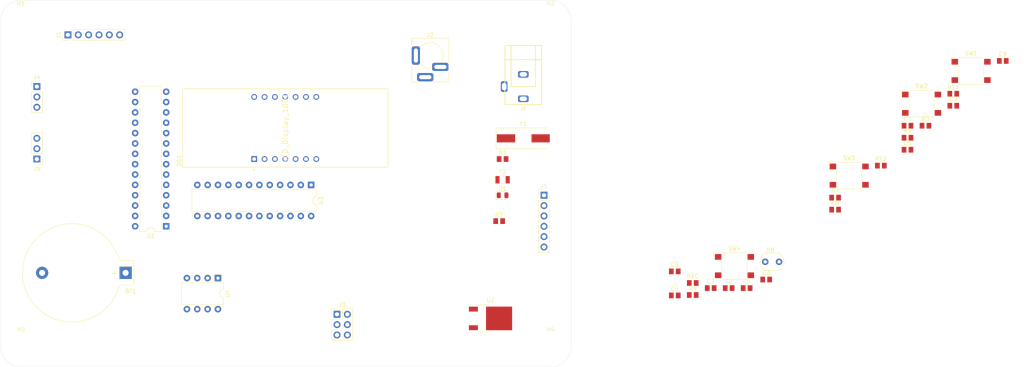
<source format=kicad_pcb>
(kicad_pcb (version 20211014) (generator pcbnew)
  (layers (0 "F.Cu" signal) (31 "B.Cu" signal) (34 "B.Paste" user) (35 "F.Paste" user) (36 "B.SilkS" user "B.Silkscreen") (37 "F.SilkS" user "F.Silkscreen") (38 "B.Mask" user) (39 "F.Mask" user) (44 "Edge.Cuts" user))
  (net 0 "")
  (net 1 "Net-(BT1-Pad1)")
  (net 2 "GND")
  (net 3 "Net-(C1-Pad1)")
  (net 4 "VCC")
  (net 5 "Net-(C3-Pad1)")
  (net 6 "Net-(C4-Pad1)")
  (net 7 "RESET")
  (net 8 "Net-(C5-Pad2)")
  (net 9 "Net-(C6-Pad1)")
  (net 10 "Net-(D1-Pad1)")
  (net 11 "LED_SCK")
  (net 12 "Net-(DS1-Pad1)")
  (net 13 "Net-(DS1-Pad2)")
  (net 14 "Net-(DS1-Pad3)")
  (net 15 "Net-(DS1-Pad4)")
  (net 16 "Net-(DS1-Pad5)")
  (net 17 "Net-(DS1-Pad6)")
  (net 18 "Net-(DS1-Pad7)")
  (net 19 "Net-(DS1-Pad9)")
  (net 20 "Net-(DS1-Pad10)")
  (net 21 "Net-(DS1-Pad11)")
  (net 22 "Net-(DS1-Pad12)")
  (net 23 "Net-(DS1-Pad13)")
  (net 24 "Net-(DS1-Pad14)")
  (net 26 "Net-(J1-Pad3)")
  (net 27 "Net-(J1-Pad2)")
  (net 29 "MISO")
  (net 30 "MOSI")
  (net 31 "TXD")
  (net 32 "RXD")
  (net 33 "SCL")
  (net 34 "Net-(R7-Pad2)")
  (net 35 "LIGHT_SENSOR")
  (net 36 "BTN_UP")
  (net 37 "BTN_SEL")
  (net 38 "BTN_DWN")
  (net 39 "DISP_CLK")
  (net 40 "DISP_DATA")
  (net 41 "BTH_DWN")
  (net 42 "Net-(J1-Pad5)")
  (net 43 "Net-(J1-Pad4)")
  (net 45 "DEBUG_4")
  (net 46 "DEBUG_5")
  (net 47 "DEBUG_6")
  (net 48 "DISP_LOAD")
  (net 49 "DEBUG_1")
  (net 50 "DEBUG_2")
  (net 54 "DEBUG_3")
  (net 56 "Net-(U4-Pad1)")
  (net 57 "Net-(U4-Pad2)")
  (footprint "footprints:DIP-28_W7.62mm" (layer "F.Cu") (at 120.64 110.48 180)
    (fp_text reference "U1" (at 3.81 -2.33) (layer "F.SilkS"))
    (fp_text value "ATmega328-PU")
    (fp_line (start 1.16 -1.33) (end 1.16 34.35) (layer "F.SilkS") (width 0.12))
    (fp_line (start 1.16 34.35) (end 6.46 34.35) (layer "F.SilkS") (width 0.12))
    (fp_line (start 2.81 -1.33) (end 1.16 -1.33) (layer "F.SilkS") (width 0.12))
    (fp_line (start 6.46 -1.33) (end 4.81 -1.33) (layer "F.SilkS") (width 0.12))
    (fp_line (start 6.46 34.35) (end 6.46 -1.33) (layer "F.SilkS") (width 0.12))
    (fp_arc (start 4.81 -1.33) (mid 3.81 -0.33) (end 2.81 -1.33) (layer "F.SilkS") (width 0.12))
    (pad "1" thru_hole rect locked (at 0 0 180) (size 1.6 1.6) (drill 0.8) (layers *.Cu *.Mask) (net 7 "RESET"))
    (pad "2" thru_hole oval locked (at 0 2.54 180) (size 1.6 1.6) (drill 0.8) (layers *.Cu *.Mask) (net 32 "RXD"))
    (pad "3" thru_hole oval locked (at 0 5.08 180) (size 1.6 1.6) (drill 0.8) (layers *.Cu *.Mask) (net 31 "TXD"))
    (pad "4" thru_hole oval locked (at 0 7.62 180) (size 1.6 1.6) (drill 0.8) (layers *.Cu *.Mask) (net 41 "BTH_DWN"))
    (pad "5" thru_hole oval locked (at 0 10.16 180) (size 1.6 1.6) (drill 0.8) (layers *.Cu *.Mask) (net 37 "BTN_SEL"))
    (pad "6" thru_hole oval locked (at 0 12.7 180) (size 1.6 1.6) (drill 0.8) (layers *.Cu *.Mask) (net 36 "BTN_UP"))
    (pad "7" thru_hole oval locked (at 0 15.24 180) (size 1.6 1.6) (drill 0.8) (layers *.Cu *.Mask) (net 4 "VCC"))
    (pad "8" thru_hole oval locked (at 0 17.78 180) (size 1.6 1.6) (drill 0.8) (layers *.Cu *.Mask) (net 2 "GND"))
    (pad "9" thru_hole oval locked (at 0 20.32 180) (size 1.6 1.6) (drill 0.8) (layers *.Cu *.Mask) (net 6 "Net-(C4-Pad1)"))
    (pad "10" thru_hole oval locked (at 0 22.86 180) (size 1.6 1.6) (drill 0.8) (layers *.Cu *.Mask) (net 5 "Net-(C3-Pad1)"))
    (pad "11" thru_hole oval locked (at 0 25.4 180) (size 1.6 1.6) (drill 0.8) (layers *.Cu *.Mask) (net 49 "DEBUG_1"))
    (pad "12" thru_hole oval locked (at 0 27.94 180) (size 1.6 1.6) (drill 0.8) (layers *.Cu *.Mask) (net 50 "DEBUG_2"))
    (pad "13" thru_hole oval locked (at 0 30.48 180) (size 1.6 1.6) (drill 0.8) (layers *.Cu *.Mask) (net 54 "DEBUG_3"))
    (pad "14" thru_hole oval locked (at 0 33.02 180) (size 1.6 1.6) (drill 0.8) (layers *.Cu *.Mask) (net 48 "DISP_LOAD"))
    (pad "15" thru_hole oval locked (at 7.62 33.02 180) (size 1.6 1.6) (drill 0.8) (layers *.Cu *.Mask) (net 39 "DISP_CLK"))
    (pad "16" thru_hole oval locked (at 7.62 30.48 180) (size 1.6 1.6) (drill 0.8) (layers *.Cu *.Mask) (net 40 "DISP_DATA"))
    (pad "17" thru_hole oval locked (at 7.62 27.94 180) (size 1.6 1.6) (drill 0.8) (layers *.Cu *.Mask) (net 30 "MOSI"))
    (pad "18" thru_hole oval locked (at 7.62 25.4 180) (size 1.6 1.6) (drill 0.8) (layers *.Cu *.Mask) (net 29 "MISO"))
    (pad "19" thru_hole oval locked (at 7.62 22.86 180) (size 1.6 1.6) (drill 0.8) (layers *.Cu *.Mask) (net 11 "LED_SCK"))
    (pad "20" thru_hole oval locked (at 7.62 20.32 180) (size 1.6 1.6) (drill 0.8) (layers *.Cu *.Mask) (net 4 "VCC"))
    (pad "21" thru_hole oval locked (at 7.62 17.78 180) (size 1.6 1.6) (drill 0.8) (layers *.Cu *.Mask) (net 3 "Net-(C1-Pad1)"))
    (pad "22" thru_hole oval locked (at 7.62 15.24 180) (size 1.6 1.6) (drill 0.8) (layers *.Cu *.Mask) (net 2 "GND"))
    (pad "23" thru_hole oval locked (at 7.62 12.7 180) (size 1.6 1.6) (drill 0.8) (layers *.Cu *.Mask) (net 35 "LIGHT_SENSOR"))
    (pad "24" thru_hole oval locked (at 7.62 10.16 180) (size 1.6 1.6) (drill 0.8) (layers *.Cu *.Mask) (net 45 "DEBUG_4"))
    (pad "25" thru_hole oval locked (at 7.62 7.62 180) (size 1.6 1.6) (drill 0.8) (layers *.Cu *.Mask) (net 46 "DEBUG_5"))
    (pad "26" thru_hole oval locked (at 7.62 5.08 180) (size 1.6 1.6) (drill 0.8) (layers *.Cu *.Mask) (net 47 "DEBUG_6"))
    (pad "27" thru_hole oval locked (at 7.62 2.54 180) (size 1.6 1.6) (drill 0.8) (layers *.Cu *.Mask) (net 33 "SCL"))
    (pad "28" thru_hole oval locked (at 7.62 0 180) (size 1.6 1.6) (drill 0.8) (layers *.Cu *.Mask) (net 33 "SCL"))
  )
  (footprint "footprints:MountingHole_3.2mm_M3" (layer "F.Cu") (at 215 140)
    (fp_text reference "H4" (at 0 -4.2) (layer "F.SilkS"))
    (fp_text value "MountingHole")
    (pad "" np_thru_hole circle locked (at 0 0) (size 3.2 3.2) (drill 3.2) (layers *.Cu *.Mask))
  )
  (footprint "footprints:PinHeader_1x06_P2.54mm_Vertical" (layer "F.Cu") (at 96.52 63.5 90)
    (fp_text reference "J1" (at 0 -2.33 90) (layer "F.SilkS"))
    (fp_text value "Conn_01x06")
    (fp_line (start -1.33 14.03) (end 1.33 14.03) (layer "F.SilkS") (width 0.12))
    (fp_line (start -1.33 1.27) (end -1.33 14.03) (layer "F.SilkS") (width 0.12))
    (fp_line (start -1.33 0) (end -1.33 -1.33) (layer "F.SilkS") (width 0.12))
    (fp_line (start 1.33 1.27) (end 1.33 14.03) (layer "F.SilkS") (width 0.12))
    (fp_line (start -1.33 -1.33) (end 0 -1.33) (layer "F.SilkS") (width 0.12))
    (fp_line (start -1.33 1.27) (end 1.33 1.27) (layer "F.SilkS") (width 0.12))
    (pad "1" thru_hole rect locked (at 0 0 90) (size 1.7 1.7) (drill 1) (layers *.Cu *.Mask) (net 2 "GND"))
    (pad "2" thru_hole oval locked (at 0 2.54 90) (size 1.7 1.7) (drill 1) (layers *.Cu *.Mask) (net 2 "GND"))
    (pad "3" thru_hole oval locked (at 0 5.08 90) (size 1.7 1.7) (drill 1) (layers *.Cu *.Mask))
    (pad "4" thru_hole oval locked (at 0 7.62 90) (size 1.7 1.7) (drill 1) (layers *.Cu *.Mask) (net 43 "Net-(J1-Pad4)"))
    (pad "5" thru_hole oval locked (at 0 10.16 90) (size 1.7 1.7) (drill 1) (layers *.Cu *.Mask) (net 42 "Net-(J1-Pad5)"))
    (pad "6" thru_hole oval locked (at 0 12.7 90) (size 1.7 1.7) (drill 1) (layers *.Cu *.Mask) (net 8 "Net-(C5-Pad2)"))
  )
  (footprint "footprints:DIP-8_W7.62mm" (layer "F.Cu") (at 133.34 123.2 -90)
    (fp_text reference "U4" (at 3.81 -2.33 90) (layer "F.SilkS"))
    (fp_text value "DS1307_DIP-8")
    (fp_line (start 1.16 8.95) (end 6.46 8.95) (layer "F.SilkS") (width 0.12))
    (fp_line (start 1.16 -1.33) (end 1.16 8.95) (layer "F.SilkS") (width 0.12))
    (fp_line (start 2.81 -1.33) (end 1.16 -1.33) (layer "F.SilkS") (width 0.12))
    (fp_line (start 6.46 -1.33) (end 4.81 -1.33) (layer "F.SilkS") (width 0.12))
    (fp_line (start 6.46 8.95) (end 6.46 -1.33) (layer "F.SilkS") (width 0.12))
    (fp_arc (start 4.81 -1.33) (mid 3.81 -0.33) (end 2.81 -1.33) (layer "F.SilkS") (width 0.12))
    (pad "1" thru_hole rect locked (at 0 0 270) (size 1.6 1.6) (drill 0.8) (layers *.Cu *.Mask) (net 56 "Net-(U4-Pad1)"))
    (pad "2" thru_hole oval locked (at 0 2.54 270) (size 1.6 1.6) (drill 0.8) (layers *.Cu *.Mask) (net 57 "Net-(U4-Pad2)"))
    (pad "3" thru_hole oval locked (at 0 5.08 270) (size 1.6 1.6) (drill 0.8) (layers *.Cu *.Mask) (net 1 "Net-(BT1-Pad1)"))
    (pad "4" thru_hole oval locked (at 0 7.62 270) (size 1.6 1.6) (drill 0.8) (layers *.Cu *.Mask) (net 2 "GND"))
    (pad "5" thru_hole oval locked (at 7.62 7.62 270) (size 1.6 1.6) (drill 0.8) (layers *.Cu *.Mask) (net 33 "SCL"))
    (pad "6" thru_hole oval locked (at 7.62 5.08 270) (size 1.6 1.6) (drill 0.8) (layers *.Cu *.Mask) (net 33 "SCL"))
    (pad "7" thru_hole oval locked (at 7.62 2.54 270) (size 1.6 1.6) (drill 0.8) (layers *.Cu *.Mask))
    (pad "8" thru_hole oval locked (at 7.62 0 270) (size 1.6 1.6) (drill 0.8) (layers *.Cu *.Mask) (net 4 "VCC"))
  )
  (footprint "footprints:PinHeader_1x03_P2.54mm_Vertical" (layer "F.Cu") (at 88.9 93.98 180)
    (fp_text reference "J5" (at 0 -2.33) (layer "F.SilkS"))
    (fp_text value "Conn_01x03")
    (fp_line (start -1.33 0) (end -1.33 -1.33) (layer "F.SilkS") (width 0.12))
    (fp_line (start -1.33 6.41) (end 1.33 6.41) (layer "F.SilkS") (width 0.12))
    (fp_line (start -1.33 -1.33) (end 0 -1.33) (layer "F.SilkS") (width 0.12))
    (fp_line (start -1.33 1.27) (end 1.33 1.27) (layer "F.SilkS") (width 0.12))
    (fp_line (start 1.33 1.27) (end 1.33 6.41) (layer "F.SilkS") (width 0.12))
    (fp_line (start -1.33 1.27) (end -1.33 6.41) (layer "F.SilkS") (width 0.12))
    (pad "1" thru_hole rect locked (at 0 0 180) (size 1.7 1.7) (drill 1) (layers *.Cu *.Mask) (net 49 "DEBUG_1"))
    (pad "2" thru_hole oval locked (at 0 2.54 180) (size 1.7 1.7) (drill 1) (layers *.Cu *.Mask) (net 50 "DEBUG_2"))
    (pad "3" thru_hole oval locked (at 0 5.08 180) (size 1.7 1.7) (drill 1) (layers *.Cu *.Mask) (net 54 "DEBUG_3"))
  )
  (footprint "footprints:R_0805_2012Metric" (layer "F.Cu") (at 202.35 109.22)
    (fp_text reference "R9" (at 0 -1.65) (layer "F.SilkS"))
    (fp_text value "R_0805_100K")
    (pad "1" smd rect locked (at -0.85 0) (size 1.15 1.4) (layers "F.Cu" "F.Paste" "F.Mask") (net 35 "LIGHT_SENSOR"))
    (pad "2" smd rect locked (at 0.85 0) (size 1.15 1.4) (layers "F.Cu" "F.Paste" "F.Mask") (net 2 "GND"))
  )
  (footprint "footprints:C_0805_2012Metric" (layer "F.Cu") (at 284.8 106.403078)
    (fp_text reference "C8" (at 0 -1.65) (layer "F.SilkS"))
    (fp_text value "C_0805_1uf")
    (pad "1" smd rect locked (at -0.85 0) (size 1.15 1.4) (layers "F.Cu" "F.Paste" "F.Mask") (net 4 "VCC"))
    (pad "2" smd rect locked (at 0.85 0) (size 1.15 1.4) (layers "F.Cu" "F.Paste" "F.Mask") (net 2 "GND"))
  )
  (footprint "footprints:C_0805_2012Metric" (layer "F.Cu") (at 254.27 125.653078)
    (fp_text reference "C7" (at 0 -1.65) (layer "F.SilkS"))
    (fp_text value "C_0805_0.1uf")
    (pad "1" smd rect locked (at -0.85 0) (size 1.15 1.4) (layers "F.Cu" "F.Paste" "F.Mask") (net 4 "VCC"))
    (pad "2" smd rect locked (at 0.85 0) (size 1.15 1.4) (layers "F.Cu" "F.Paste" "F.Mask") (net 2 "GND"))
  )
  (footprint "footprints:PinHeader_1x06_P2.54mm_Vertical" (layer "F.Cu") (at 213.36 102.87)
    (fp_text reference "J1" (at 0 -2.33) (layer "F.SilkS"))
    (fp_text value "Conn_01x06")
    (fp_line (start -1.33 0) (end -1.33 -1.33) (layer "F.SilkS") (width 0.12))
    (fp_line (start -1.33 -1.33) (end 0 -1.33) (layer "F.SilkS") (width 0.12))
    (fp_line (start -1.33 14.03) (end 1.33 14.03) (layer "F.SilkS") (width 0.12))
    (fp_line (start -1.33 1.27) (end -1.33 14.03) (layer "F.SilkS") (width 0.12))
    (fp_line (start -1.33 1.27) (end 1.33 1.27) (layer "F.SilkS") (width 0.12))
    (fp_line (start 1.33 1.27) (end 1.33 14.03) (layer "F.SilkS") (width 0.12))
    (pad "1" thru_hole rect locked (at 0 0) (size 1.7 1.7) (drill 1) (layers *.Cu *.Mask) (net 8 "Net-(C5-Pad2)"))
    (pad "2" thru_hole oval locked (at 0 2.54) (size 1.7 1.7) (drill 1) (layers *.Cu *.Mask) (net 27 "Net-(J1-Pad2)"))
    (pad "3" thru_hole oval locked (at 0 5.08) (size 1.7 1.7) (drill 1) (layers *.Cu *.Mask) (net 26 "Net-(J1-Pad3)"))
    (pad "4" thru_hole oval locked (at 0 7.62) (size 1.7 1.7) (drill 1) (layers *.Cu *.Mask))
    (pad "5" thru_hole oval locked (at 0 10.16) (size 1.7 1.7) (drill 1) (layers *.Cu *.Mask) (net 2 "GND"))
    (pad "6" thru_hole oval locked (at 0 12.7) (size 1.7 1.7) (drill 1) (layers *.Cu *.Mask) (net 2 "GND"))
  )
  (footprint "footprints:Wurth-694106402002" (layer "F.Cu") (at 185.42 68.58)
    (fp_text reference "J2" (at 0 -5 unlocked) (layer "F.SilkS"))
    (fp_text value "Power_inlet_vertical" hide)
    (fp_line (start -4.5 -4.2) (end -4.5 -2.25) (layer "F.SilkS") (width 0.12))
    (fp_line (start 4.5 -4.2) (end 4.5 1.75) (layer "F.SilkS") (width 0.12))
    (fp_line (start -4.5 -4.2) (end 4.5 -4.2) (layer "F.SilkS") (width 0.12))
    (fp_line (start -4.5 6.5) (end -4.5 2.25) (layer "F.SilkS") (width 0.12))
    (fp_line (start 4.5 6.5) (end 4.5 3.75) (layer "F.SilkS") (width 0.12))
    (fp_line (start -4.5 6.5) (end 4.5 6.5) (layer "F.SilkS") (width 0.12))
    (fp_arc (start -2.2 -2.3) (mid 1.871735 -2.57422) (end 2.866245 1.383705) (layer "F.SilkS") (width 0.12))
    (fp_arc (start 0 3.2) (mid -1.224587 2.956415) (end -2.262742 2.262742) (layer "F.SilkS") (width 0.12))
    (pad "1" thru_hole roundrect (at -3.5 0 90) (size 4.5 2) (drill oval 3.5 1) (layers *.Cu *.Mask) (net 9 "Net-(C6-Pad1)"))
    (pad "2" thru_hole roundrect (at -1.2 5.3) (size 4 2) (drill oval 3 1) (layers *.Cu *.Mask) (net 2 "GND"))
    (pad "3" thru_hole roundrect (at 2.5 2.8) (size 4 2) (drill oval 3 1) (layers *.Cu *.Mask))
  )
  (footprint "footprints:C_0805_2012Metric" (layer "F.Cu") (at 245.45 121.553078)
    (fp_text reference "C5" (at 0 -1.65) (layer "F.SilkS"))
    (fp_text value "C_0805_0.1uf")
    (pad "1" smd rect locked (at -0.85 0) (size 1.15 1.4) (layers "F.Cu" "F.Paste" "F.Mask") (net 7 "RESET"))
    (pad "2" smd rect locked (at 0.85 0) (size 1.15 1.4) (layers "F.Cu" "F.Paste" "F.Mask") (net 8 "Net-(C5-Pad2)"))
  )
  (footprint "footprints:R_0805_2012Metric" (layer "F.Cu") (at 263.09 125.653078)
    (fp_text reference "R6" (at 0 -1.65) (layer "F.SilkS"))
    (fp_text value "R_0805_4.7K")
    (pad "1" smd rect locked (at -0.85 0) (size 1.15 1.4) (layers "F.Cu" "F.Paste" "F.Mask") (net 4 "VCC"))
    (pad "2" smd rect locked (at 0.85 0) (size 1.15 1.4) (layers "F.Cu" "F.Paste" "F.Mask") (net 33 "SCL"))
  )
  (footprint "footprints:R_0805_2012Metric" (layer "F.Cu") (at 313.8 77.953078)
    (fp_text reference "R11" (at 0 -1.65) (layer "F.SilkS"))
    (fp_text value "R_0805_10K")
    (pad "1" smd rect locked (at -0.85 0) (size 1.15 1.4) (layers "F.Cu" "F.Paste" "F.Mask") (net 4 "VCC"))
    (pad "2" smd rect locked (at 0.85 0) (size 1.15 1.4) (layers "F.Cu" "F.Paste" "F.Mask") (net 37 "BTN_SEL"))
  )
  (footprint "footprints:R_0805_2012Metric" (layer "F.Cu") (at 249.86 127.353078)
    (fp_text reference "R4" (at 0 -1.65) (layer "F.SilkS"))
    (fp_text value "R_0805_2.2K")
    (pad "1" smd rect locked (at -0.85 0) (size 1.15 1.4) (layers "F.Cu" "F.Paste" "F.Mask") (net 10 "Net-(D1-Pad1)"))
    (pad "2" smd rect locked (at 0.85 0) (size 1.15 1.4) (layers "F.Cu" "F.Paste" "F.Mask") (net 2 "GND"))
  )
  (footprint "footprints:PinHeader_1x03_P2.54mm_Vertical" (layer "F.Cu") (at 88.9 76.2)
    (fp_text reference "J4" (at 0 -2.33) (layer "F.SilkS"))
    (fp_text value "Conn_01x03")
    (fp_line (start -1.33 -1.33) (end 0 -1.33) (layer "F.SilkS") (width 0.12))
    (fp_line (start -1.33 1.27) (end -1.33 6.41) (layer "F.SilkS") (width 0.12))
    (fp_line (start -1.33 0) (end -1.33 -1.33) (layer "F.SilkS") (width 0.12))
    (fp_line (start -1.33 6.41) (end 1.33 6.41) (layer "F.SilkS") (width 0.12))
    (fp_line (start 1.33 1.27) (end 1.33 6.41) (layer "F.SilkS") (width 0.12))
    (fp_line (start -1.33 1.27) (end 1.33 1.27) (layer "F.SilkS") (width 0.12))
    (pad "1" thru_hole rect locked (at 0 0) (size 1.7 1.7) (drill 1) (layers *.Cu *.Mask) (net 45 "DEBUG_4"))
    (pad "2" thru_hole oval locked (at 0 2.54) (size 1.7 1.7) (drill 1) (layers *.Cu *.Mask) (net 46 "DEBUG_5"))
    (pad "3" thru_hole oval locked (at 0 5.08) (size 1.7 1.7) (drill 1) (layers *.Cu *.Mask) (net 47 "DEBUG_6"))
  )
  (footprint "footprints:Adafruit-1001-0-0-MFG" (layer "F.Cu") (at 149.86 86.36 90)
    (fp_text reference "DS1" (at -9.625 -26.025 90) (layer "F.SilkS") (effects (justify left)))
    (fp_text value "LED_Display_1001" (at 0 0 90) (layer "F.SilkS") (effects (font (size 1.27 1.27))))
    (fp_line (start -9.625 -25.225) (end 9.625 -25.225) (layer "F.SilkS") (width 0.15))
    (fp_line (start -9.625 25.225) (end -9.625 -25.225) (layer "F.SilkS") (width 0.15))
    (fp_line (start -9.625 25.225) (end 9.625 25.225) (layer "F.SilkS") (width 0.15))
    (fp_line (start 9.625 25.225) (end 9.625 -25.225) (layer "F.SilkS") (width 0.15))
    (fp_circle (center -10.225 -7.62) (end -10.1 -7.62) (layer "F.SilkS") (width 0.25) (fill none))
    (pad "1" thru_hole rect locked (at -7.62 -7.62 90) (size 1.4 1.4) (drill 0.9) (layers *.Cu *.Mask) (net 12 "Net-(DS1-Pad1)"))
    (pad "2" thru_hole circle locked (at -7.62 -5.08 90) (size 1.4 1.4) (drill 0.9) (layers *.Cu *.Mask) (net 13 "Net-(DS1-Pad2)"))
    (pad "3" thru_hole circle locked (at -7.62 -2.54 90) (size 1.4 1.4) (drill 0.9) (layers *.Cu *.Mask) (net 14 "Net-(DS1-Pad3)"))
    (pad "4" thru_hole circle locked (at -7.62 0 90) (size 1.4 1.4) (drill 0.9) (layers *.Cu *.Mask) (net 15 "Net-(DS1-Pad4)"))
    (pad "5" thru_hole circle locked (at -7.62 2.54 90) (size 1.4 1.4) (drill 0.9) (layers *.Cu *.Mask) (net 16 "Net-(DS1-Pad5)"))
    (pad "6" thru_hole circle locked (at -7.62 5.08 90) (size 1.4 1.4) (drill 0.9) (layers *.Cu *.Mask) (net 17 "Net-(DS1-Pad6)"))
    (pad "7" thru_hole circle locked (at -7.62 7.62 90) (size 1.4 1.4) (drill 0.9) (layers *.Cu *.Mask) (net 18 "Net-(DS1-Pad7)"))
    (pad "8" thru_hole circle locked (at 7.62 7.62 90) (size 1.4 1.4) (drill 0.9) (layers *.Cu *.Mask) (net 14 "Net-(DS1-Pad3)"))
    (pad "9" thru_hole circle locked (at 7.62 5.08 90) (size 1.4 1.4) (drill 0.9) (layers *.Cu *.Mask) (net 19 "Net-(DS1-Pad9)"))
    (pad "10" thru_hole circle locked (at 7.62 2.54 90) (size 1.4 1.4) (drill 0.9) (layers *.Cu *.Mask) (net 20 "Net-(DS1-Pad10)"))
    (pad "11" thru_hole circle locked (at 7.62 0 90) (size 1.4 1.4) (drill 0.9) (layers *.Cu *.Mask) (net 21 "Net-(DS1-Pad11)"))
    (pad "12" thru_hole circle locked (at 7.62 -2.54 90) (size 1.4 1.4) (drill 0.9) (layers *.Cu *.Mask) (net 22 "Net-(DS1-Pad12)"))
    (pad "13" thru_hole circle locked (at 7.62 -5.08 90) (size 1.4 1.4) (drill 0.9) (layers *.Cu *.Mask) (net 23 "Net-(DS1-Pad13)"))
    (pad "14" thru_hole circle locked (at 7.62 -7.62 90) (size 1.4 1.4) (drill 0.9) (layers *.Cu *.Mask) (net 24 "Net-(DS1-Pad14)"))
  )
  (footprint "footprints:C_0805_2012Metric" (layer "F.Cu") (at 245.45 127.453078)
    (fp_text reference "C4" (at 0 -1.65) (layer "F.SilkS"))
    (fp_text value "C_0805_22pf")
    (pad "1" smd rect locked (at -0.85 0) (size 1.15 1.4) (layers "F.Cu" "F.Paste" "F.Mask") (net 6 "Net-(C4-Pad1)"))
    (pad "2" smd rect locked (at 0.85 0) (size 1.15 1.4) (layers "F.Cu" "F.Paste" "F.Mask") (net 2 "GND"))
  )
  (footprint "footprints:C_0805_2012Metric" (layer "F.Cu") (at 325.95 69.903078)
    (fp_text reference "C9" (at 0 -1.65) (layer "F.SilkS"))
    (fp_text value "C_0805_0.1uf")
    (pad "1" smd rect locked (at -0.85 0) (size 1.15 1.4) (layers "F.Cu" "F.Paste" "F.Mask") (net 4 "VCC"))
    (pad "2" smd rect locked (at 0.85 0) (size 1.15 1.4) (layers "F.Cu" "F.Paste" "F.Mask") (net 2 "GND"))
  )
  (footprint "footprints:PJ-102AH" (layer "F.Cu") (at 208.28 76.2)
    (fp_text reference "J2" (at 0 5.4102) (layer "F.SilkS") (effects (font (size 0.762 0.762) (thickness 0.1524))))
    (fp_text value "PJ-102AH" hide)
    (fp_line (start 4.5 4.4) (end 4.5 -10.1) (layer "F.SilkS") (width 0.2032))
    (fp_line (start -3 0) (end -3 -10.2) (layer "F.SilkS") (width 0.2032))
    (fp_line (start -4.5 4.4) (end 4.5 4.4) (layer "F.SilkS") (width 0.2032))
    (fp_line (start -4.5 -6.6) (end 4.5 -6.6) (layer "F.SilkS") (width 0.2032))
    (fp_line (start -4.5 -10.1) (end -4.5 4.4) (layer "F.SilkS") (width 0.2032))
    (fp_line (start 3 0) (end -3 0) (layer "F.SilkS") (width 0.2032))
    (fp_line (start 3 -10.1) (end 3 0) (layer "F.SilkS") (width 0.2032))
    (fp_line (start 4.5 -10.1) (end -4.5 -10.1) (layer "F.SilkS") (width 0.2032))
    (pad "1" thru_hole roundrect locked (at 0 3) (size 2.6 1.6) (drill oval 1.8 1.1) (layers *.Cu *.Mask) (net 9 "Net-(C6-Pad1)"))
    (pad "2" thru_hole roundrect locked (at 0 -3) (size 2.6 1.6) (drill oval 1.8 1.1) (layers *.Cu *.Mask) (net 2 "GND"))
    (pad "3" thru_hole roundrect locked (at -4.7 0) (size 1.6 2.6) (drill oval 1.1 1.8) (layers *.Cu *.Mask))
  )
  (footprint "footprints:SW_SPST_Omron_B3FS-100xP" (layer "F.Cu") (at 288.255 98.053078)
    (fp_text reference "SW3" (at 0 -4.3) (layer "F.SilkS"))
    (fp_text value "Omron_B3F_SPST")
    (fp_line (start -5.1 -2.3) (end -5.1 -3.3) (layer "F.SilkS") (width 0.12))
    (fp_line (start 3.1 -1.3) (end 3.1 1.3) (layer "F.SilkS") (width 0.12))
    (fp_line (start 3 3.25) (end -3 3.25) (layer "F.SilkS") (width 0.12))
    (fp_line (start -3.1 -1.3) (end -3.1 1.3) (layer "F.SilkS") (width 0.12))
    (fp_line (start 2.9 -3.25) (end -2.9 -3.25) (layer "F.SilkS") (width 0.12))
    (fp_line (start -5.1 -3.3) (end -4.1 -3.3) (layer "F.SilkS") (width 0.12))
    (pad "1" smd rect locked (at -4 -2.25 180) (size 1.6 1.4) (layers "F.Cu" "F.Paste" "F.Mask") (net 2 "GND"))
    (pad "2" smd rect locked (at 4 -2.25 180) (size 1.6 1.4) (layers "F.Cu" "F.Paste" "F.Mask") (net 2 "GND"))
    (pad "3" smd rect locked (at -4 2.25 180) (size 1.6 1.4) (layers "F.Cu" "F.Paste" "F.Mask") (net 37 "BTN_SEL"))
    (pad "4" smd rect locked (at 4 2.25 180) (size 1.6 1.4) (layers "F.Cu" "F.Paste" "F.Mask") (net 37 "BTN_SEL"))
  )
  (footprint "footprints:MountingHole_3.2mm_M3" (layer "F.Cu") (at 215 60)
    (fp_text reference "H2" (at 0 -4.2) (layer "F.SilkS"))
    (fp_text value "MountingHole")
    (pad "" np_thru_hole circle locked (at 0 0) (size 3.2 3.2) (drill 3.2) (layers *.Cu *.Mask))
  )
  (footprint "footprints:R_0805_2012Metric" (layer "F.Cu") (at 203.2 93.98)
    (fp_text reference "R1" (at 0 -1.65) (layer "F.SilkS"))
    (fp_text value "R_0805_10K")
    (pad "1" smd rect locked (at -0.85 0) (size 1.15 1.4) (layers "F.Cu" "F.Paste" "F.Mask") (net 4 "VCC"))
    (pad "2" smd rect locked (at 0.85 0) (size 1.15 1.4) (layers "F.Cu" "F.Paste" "F.Mask") (net 7 "RESET"))
  )
  (footprint "footprints:BatteryHolder_Keystone_106_1x20mm" (layer "F.Cu") (at 110.673686 121.919983 180)
    (fp_text reference "BT1" (at -1.25 -4.5) (layer "F.SilkS"))
    (fp_text value "Battery_Cell")
    (fp_text user "+" (at 2.75 0) (layer "F.SilkS") (effects (font (size 1.5 1.5))))
    (fp_line (start 0.95 -3.05) (end -1.5 -3.05) (layer "F.SilkS") (width 0.12))
    (fp_line (start -1.5 3.05) (end 0.95 3.05) (layer "F.SilkS") (width 0.12))
    (fp_line (start -2.05 -2.5) (end -2.05 2.5) (layer "F.SilkS") (width 0.12))
    (fp_arc (start 25.263443 -0.515991) (mid 15.23426 11.901878) (end 1.65 3.52) (layer "F.SilkS") (width 0.12))
    (fp_arc (start -1.5 3.05) (mid -1.888909 2.888909) (end -2.05 2.5) (layer "F.SilkS") (width 0.12))
    (fp_arc (start 0.95 3.05) (mid 1.380182 3.185636) (end 1.654769 3.543485) (layer "F.SilkS") (width 0.12))
    (fp_arc (start 1.654769 -3.543485) (mid 1.380182 -3.185636) (end 0.95 -3.05) (layer "F.SilkS") (width 0.12))
    (fp_arc (start 1.65 -3.52) (mid 15.23426 -11.901878) (end 25.263443 0.515991) (layer "F.SilkS") (width 0.12))
    (fp_arc (start -2.05 -2.5) (mid -1.888909 -2.888909) (end -1.5 -3.05) (layer "F.SilkS") (width 0.12))
    (pad "1" thru_hole rect (at 0 0 180) (size 3 3) (drill 1.5) (layers *.Cu *.Mask) (net 1 "Net-(BT1-Pad1)"))
    (pad "2" thru_hole circle (at 20.49 0 180) (size 3 3) (drill 1.5) (layers *.Cu *.Mask) (net 2 "GND"))
  )
  (footprint "footprints:R_0805_2012Metric" (layer "F.Cu") (at 306.98 85.803078)
    (fp_text reference "R3" (at 0 -1.65) (layer "F.SilkS"))
    (fp_text value "R_0805_47")
    (pad "1" smd rect locked (at -0.85 0) (size 1.15 1.4) (layers "F.Cu" "F.Paste" "F.Mask") (net 43 "Net-(J1-Pad4)"))
    (pad "2" smd rect locked (at 0.85 0) (size 1.15 1.4) (layers "F.Cu" "F.Paste" "F.Mask") (net 31 "TXD"))
  )
  (footprint "footprints:MountingHole_3.2mm_M3" (layer "F.Cu") (at 85 140)
    (fp_text reference "H3" (at 0 -4.2) (layer "F.SilkS"))
    (fp_text value "MountingHole")
    (pad "" np_thru_hole circle locked (at 0 0) (size 3.2 3.2) (drill 3.2) (layers *.Cu *.Mask))
  )
  (footprint "footprints:C_0805_2012Metric" (layer "F.Cu") (at 267.88 123.553078)
    (fp_text reference "C3" (at 0 -1.65) (layer "F.SilkS"))
    (fp_text value "C_0805_22pf")
    (pad "1" smd rect locked (at -0.85 0) (size 1.15 1.4) (layers "F.Cu" "F.Paste" "F.Mask") (net 5 "Net-(C3-Pad1)"))
    (pad "2" smd rect locked (at 0.85 0) (size 1.15 1.4) (layers "F.Cu" "F.Paste" "F.Mask") (net 2 "GND"))
  )
  (footprint "footprints:SW_SPST_Omron_B3FS-100xP" (layer "F.Cu") (at 306.025 80.403078)
    (fp_text reference "SW2" (at 0 -4.3) (layer "F.SilkS"))
    (fp_text value "Omron_B3F_SPST")
    (fp_line (start -3.1 -1.3) (end -3.1 1.3) (layer "F.SilkS") (width 0.12))
    (fp_line (start -5.1 -3.3) (end -4.1 -3.3) (layer "F.SilkS") (width 0.12))
    (fp_line (start 2.9 -3.25) (end -2.9 -3.25) (layer "F.SilkS") (width 0.12))
    (fp_line (start 3 3.25) (end -3 3.25) (layer "F.SilkS") (width 0.12))
    (fp_line (start 3.1 -1.3) (end 3.1 1.3) (layer "F.SilkS") (width 0.12))
    (fp_line (start -5.1 -2.3) (end -5.1 -3.3) (layer "F.SilkS") (width 0.12))
    (pad "1" smd rect locked (at -4 -2.25 180) (size 1.6 1.4) (layers "F.Cu" "F.Paste" "F.Mask") (net 2 "GND"))
    (pad "2" smd rect locked (at 4 -2.25 180) (size 1.6 1.4) (layers "F.Cu" "F.Paste" "F.Mask") (net 2 "GND"))
    (pad "3" smd rect locked (at -4 2.25 180) (size 1.6 1.4) (layers "F.Cu" "F.Paste" "F.Mask") (net 36 "BTN_UP"))
    (pad "4" smd rect locked (at 4 2.25 180) (size 1.6 1.4) (layers "F.Cu" "F.Paste" "F.Mask") (net 36 "BTN_UP"))
  )
  (footprint "footprints:R_0805_2012Metric" (layer "F.Cu") (at 302.57 88.753078)
    (fp_text reference "R5" (at 0 -1.65) (layer "F.SilkS"))
    (fp_text value "R_0805_4.7K")
    (pad "1" smd rect locked (at -0.85 0) (size 1.15 1.4) (layers "F.Cu" "F.Paste" "F.Mask") (net 33 "SCL"))
    (pad "2" smd rect locked (at 0.85 0) (size 1.15 1.4) (layers "F.Cu" "F.Paste" "F.Mask") (net 4 "VCC"))
  )
  (footprint "footprints:R_0805_2012Metric" (layer "F.Cu") (at 258.68 125.653078)
    (fp_text reference "R2" (at 0 -1.65) (layer "F.SilkS"))
    (fp_text value "R_0805_47")
    (pad "1" smd rect locked (at -0.85 0) (size 1.15 1.4) (layers "F.Cu" "F.Paste" "F.Mask") (net 42 "Net-(J1-Pad5)"))
    (pad "2" smd rect locked (at 0.85 0) (size 1.15 1.4) (layers "F.Cu" "F.Paste" "F.Mask") (net 32 "RXD"))
  )
  (footprint "footprints:SW_SPST_Omron_B3FS-100xP" (layer "F.Cu") (at 318.175 72.353078)
    (fp_text reference "SW1" (at 0 -4.3) (layer "F.SilkS"))
    (fp_text value "Omron_B3F_SPST")
    (fp_line (start 3 3.25) (end -3 3.25) (layer "F.SilkS") (width 0.12))
    (fp_line (start -3.1 -1.3) (end -3.1 1.3) (layer "F.SilkS") (width 0.12))
    (fp_line (start -5.1 -3.3) (end -4.1 -3.3) (layer "F.SilkS") (width 0.12))
    (fp_line (start 2.9 -3.25) (end -2.9 -3.25) (layer "F.SilkS") (width 0.12))
    (fp_line (start -5.1 -2.3) (end -5.1 -3.3) (layer "F.SilkS") (width 0.12))
    (fp_line (start 3.1 -1.3) (end 3.1 1.3) (layer "F.SilkS") (width 0.12))
    (pad "1" smd rect locked (at -4 -2.25 180) (size 1.6 1.4) (layers "F.Cu" "F.Paste" "F.Mask") (net 2 "GND"))
    (pad "2" smd rect locked (at 4 -2.25 180) (size 1.6 1.4) (layers "F.Cu" "F.Paste" "F.Mask") (net 2 "GND"))
    (pad "3" smd rect locked (at -4 2.25 180) (size 1.6 1.4) (layers "F.Cu" "F.Paste" "F.Mask") (net 7 "RESET"))
    (pad "4" smd rect locked (at 4 2.25 180) (size 1.6 1.4) (layers "F.Cu" "F.Paste" "F.Mask") (net 7 "RESET"))
  )
  (footprint "footprints:MountingHole_3.2mm_M3" (layer "F.Cu") (at 85 60)
    (fp_text reference "H1" (at 0 -4.2) (layer "F.SilkS"))
    (fp_text value "MountingHole")
    (pad "" np_thru_hole circle locked (at 0 0) (size 3.2 3.2) (drill 3.2) (layers *.Cu *.Mask))
  )
  (footprint "footprints:LED_0805_2012Metric" (layer "F.Cu") (at 203.2 102.87)
    (fp_text reference "D1" (at 0 -1.65) (layer "F.SilkS"))
    (fp_text value "LED_0805")
    (fp_line (start -1.685 -0.96) (end -1.685 0.96) (layer "F.SilkS") (width 0.12))
    (fp_line (start -1.685 0.96) (end 1 0.96) (layer "F.SilkS") (width 0.12))
    (fp_line (start 1 -0.96) (end -1.685 -0.96) (layer "F.SilkS") (width 0.12))
    (pad "1" smd roundrect locked (at -0.9375 0) (size 0.975 1.4) (layers "F.Cu" "F.Paste" "F.Mask") (net 10 "Net-(D1-Pad1)"))
    (pad "2" smd roundrect locked (at 0.9375 0) (size 0.975 1.4) (layers "F.Cu" "F.Paste" "F.Mask") (net 11 "LED_SCK"))
  )
  (footprint "footprints:R_LDR_4.9x4.2mm_P2.54mm_Vertical" (layer "F.Cu") (at 267.65 119.203078)
    (fp_text reference "R8" (at 1.27 -2.9) (layer "F.SilkS"))
    (fp_text value "PhotoconductivePhotocell")
    (fp_line (start -0.05 -2.15) (end 3.4 -2.15) (layer "F.SilkS") (width 0.12))
    (fp_line (start -0.05 2.15) (end 3.4 2.15) (layer "F.SilkS") (width 0.12))
    (fp_arc (start -0.05 2.15) (mid -1.262424 0.01494) (end -0.075476 -2.134388) (layer "F.SilkS") (width 0.12))
    (fp_arc (start 3.4 -2.15) (mid 4.588646 -0.016616) (end 3.428027 2.132145) (layer "F.SilkS") (width 0.12))
    (pad "1" thru_hole circle locked (at 0 0) (size 1.6 1.6) (drill 0.8) (layers *.Cu *.Mask) (net 4 "VCC"))
    (pad "2" thru_hole circle locked (at 3.4 0) (size 1.6 1.6) (drill 0.8) (layers *.Cu *.Mask) (net 35 "LIGHT_SENSOR"))
  )
  (footprint "footprints:R_0805_2012Metric" (layer "F.Cu") (at 249.86 124.403078)
    (fp_text reference "R10" (at 0 -1.65) (layer "F.SilkS"))
    (fp_text value "R_0805_10K")
    (pad "1" smd rect locked (at -0.85 0) (size 1.15 1.4) (layers "F.Cu" "F.Paste" "F.Mask") (net 4 "VCC"))
    (pad "2" smd rect locked (at 0.85 0) (size 1.15 1.4) (layers "F.Cu" "F.Paste" "F.Mask") (net 36 "BTN_UP"))
  )
  (footprint "footprints:C_0805_2012Metric" (layer "F.Cu") (at 302.57 91.703078)
    (fp_text reference "C6" (at 0 -1.65) (layer "F.SilkS"))
    (fp_text value "C_0805_1uf")
    (pad "1" smd rect locked (at -0.85 0) (size 1.15 1.4) (layers "F.Cu" "F.Paste" "F.Mask") (net 9 "Net-(C6-Pad1)"))
    (pad "2" smd rect locked (at 0.85 0) (size 1.15 1.4) (layers "F.Cu" "F.Paste" "F.Mask") (net 2 "GND"))
  )
  (footprint "footprints:R_0805_2012Metric" (layer "F.Cu") (at 296.03 95.603078)
    (fp_text reference "R12" (at 0 -1.65) (layer "F.SilkS"))
    (fp_text value "R_0805_10K")
    (pad "1" smd rect locked (at -0.85 0) (size 1.15 1.4) (layers "F.Cu" "F.Paste" "F.Mask") (net 4 "VCC"))
    (pad "2" smd rect locked (at 0.85 0) (size 1.15 1.4) (layers "F.Cu" "F.Paste" "F.Mask") (net 38 "BTN_DWN"))
  )
  (footprint "footprints:PinHeader_2x03_P2.54mm_Vertical" (layer "F.Cu") (at 162.56 132.08)
    (fp_text reference "J3" (at 1.27 -2.33) (layer "F.SilkS"))
    (fp_text value "Conn_02x03_Odd_Even")
    (fp_line (start -1.33 1.27) (end 1.27 1.27) (layer "F.SilkS") (width 0.12))
    (fp_line (start 3.87 -1.33) (end 3.87 6.41) (layer "F.SilkS") (width 0.12))
    (fp_line (start -1.33 -1.33) (end 0 -1.33) (layer "F.SilkS") (width 0.12))
    (fp_line (start -1.33 1.27) (end -1.33 6.41) (layer "F.SilkS") (width 0.12))
    (fp_line (start -1.33 0) (end -1.33 -1.33) (layer "F.SilkS") (width 0.12))
    (fp_line (start 1.27 1.27) (end 1.27 -1.33) (layer "F.SilkS") (width 0.12))
    (fp_line (start -1.33 6.41) (end 3.87 6.41) (layer "F.SilkS") (width 0.12))
    (fp_line (start 1.27 -1.33) (end 3.87 -1.33) (layer "F.SilkS") (width 0.12))
    (pad "1" thru_hole rect locked (at 0 0) (size 1.7 1.7) (drill 1) (layers *.Cu *.Mask) (net 29 "MISO"))
    (pad "2" thru_hole oval locked (at 2.54 0) (size 1.7 1.7) (drill 1) (layers *.Cu *.Mask) (net 4 "VCC"))
    (pad "3" thru_hole oval locked (at 0 2.54) (size 1.7 1.7) (drill 1) (layers *.Cu *.Mask) (net 11 "LED_SCK"))
    (pad "4" thru_hole oval locked (at 2.54 2.54) (size 1.7 1.7) (drill 1) (layers *.Cu *.Mask) (net 30 "MOSI"))
    (pad "5" thru_hole oval locked (at 0 5.08) (size 1.7 1.7) (drill 1) (layers *.Cu *.Mask) (net 7 "RESET"))
    (pad "6" thru_hole oval locked (at 2.54 5.08) (size 1.7 1.7) (drill 1) (layers *.Cu *.Mask) (net 2 "GND"))
  )
  (footprint "footprints:Crystal_SMD_2Pin_3.2x1.5mm" (layer "F.Cu") (at 203.2 99.06)
    (fp_text reference "Y2" (at 0 -1.95) (layer "F.SilkS"))
    (fp_text value "Crystal_32768Hz")
    (fp_line (start -1.95 -0.9) (end -1.95 0.9) (layer "F.SilkS") (width 0.12))
    (fp_line (start -0.55 0.95) (end 0.55 0.95) (layer "F.SilkS") (width 0.12))
    (fp_line (start -0.55 -0.95) (end 0.55 -0.95) (layer "F.SilkS") (width 0.12))
    (pad "1" smd rect locked (at -1.25 0) (size 1 1.8) (layers "F.Cu" "F.Paste" "F.Mask") (net 56 "Net-(U4-Pad1)"))
    (pad "2" smd rect locked (at 1.25 0) (size 1 1.8) (layers "F.Cu" "F.Paste" "F.Mask") (net 57 "Net-(U4-Pad2)"))
  )
  (footprint "footprints:C_0805_2012Metric" (layer "F.Cu") (at 302.57 85.803078)
    (fp_text reference "C1" (at 0 -1.65) (layer "F.SilkS"))
    (fp_text value "C_0805_0.1uf")
    (pad "1" smd rect locked (at -0.85 0) (size 1.15 1.4) (layers "F.Cu" "F.Paste" "F.Mask") (net 3 "Net-(C1-Pad1)"))
    (pad "2" smd rect locked (at 0.85 0) (size 1.15 1.4) (layers "F.Cu" "F.Paste" "F.Mask") (net 2 "GND"))
  )
  (footprint "footprints:SW_SPST_Omron_B3FS-100xP" (layer "F.Cu") (at 260.105 120.253078)
    (fp_text reference "SW4" (at 0 -4.3) (layer "F.SilkS"))
    (fp_text value "Omron_B3F_SPST")
    (fp_line (start -5.1 -2.3) (end -5.1 -3.3) (layer "F.SilkS") (width 0.12))
    (fp_line (start -3.1 -1.3) (end -3.1 1.3) (layer "F.SilkS") (width 0.12))
    (fp_line (start 2.9 -3.25) (end -2.9 -3.25) (layer "F.SilkS") (width 0.12))
    (fp_line (start -5.1 -3.3) (end -4.1 -3.3) (layer "F.SilkS") (width 0.12))
    (fp_line (start 3.1 -1.3) (end 3.1 1.3) (layer "F.SilkS") (width 0.12))
    (fp_line (start 3 3.25) (end -3 3.25) (layer "F.SilkS") (width 0.12))
    (pad "1" smd rect locked (at -4 -2.25 180) (size 1.6 1.4) (layers "F.Cu" "F.Paste" "F.Mask") (net 2 "GND"))
    (pad "2" smd rect locked (at 4 -2.25 180) (size 1.6 1.4) (layers "F.Cu" "F.Paste" "F.Mask") (net 2 "GND"))
    (pad "3" smd rect locked (at -4 2.25 180) (size 1.6 1.4) (layers "F.Cu" "F.Paste" "F.Mask") (net 38 "BTN_DWN"))
    (pad "4" smd rect locked (at 4 2.25 180) (size 1.6 1.4) (layers "F.Cu" "F.Paste" "F.Mask") (net 38 "BTN_DWN"))
  )
  (footprint "footprints:C_0805_2012Metric" (layer "F.Cu") (at 313.8 80.903078)
    (fp_text reference "C2" (at 0 -1.65) (layer "F.SilkS"))
    (fp_text value "C_0805_0.1uf")
    (pad "1" smd rect locked (at -0.85 0) (size 1.15 1.4) (layers "F.Cu" "F.Paste" "F.Mask") (net 4 "VCC"))
    (pad "2" smd rect locked (at 0.85 0) (size 1.15 1.4) (layers "F.Cu" "F.Paste" "F.Mask") (net 2 "GND"))
  )
  (footprint "footprints:DIP-24_W7.62mm" (layer "F.Cu") (at 156.215 100.34 -90)
    (fp_text reference "U3" (at 3.81 -2.33 90) (layer "F.SilkS"))
    (fp_text value "MAX7219")
    (fp_line (start 6.46 29.27) (end 6.46 -1.33) (layer "F.SilkS") (width 0.12))
    (fp_line (start 1.16 29.27) (end 6.46 29.27) (layer "F.SilkS") (width 0.12))
    (fp_line (start 6.46 -1.33) (end 4.81 -1.33) (layer "F.SilkS") (width 0.12))
    (fp_line (start 1.16 -1.33) (end 1.16 29.27) (layer "F.SilkS") (width 0.12))
    (fp_line (start 2.81 -1.33) (end 1.16 -1.33) (layer "F.SilkS") (width 0.12))
    (fp_arc (start 4.81 -1.33) (mid 3.81 -0.33) (end 2.81 -1.33) (layer "F.SilkS") (width 0.12))
    (pad "1" thru_hole rect locked (at 0 0 270) (size 1.6 1.6) (drill 0.8) (layers *.Cu *.Mask) (net 40 "DISP_DATA"))
    (pad "2" thru_hole oval locked (at 0 2.54 270) (size 1.6 1.6) (drill 0.8) (layers *.Cu *.Mask) (net 24 "Net-(DS1-Pad14)"))
    (pad "3" thru_hole oval locked (at 0 5.08 270) (size 1.6 1.6) (drill 0.8) (layers *.Cu *.Mask) (net 18 "Net-(DS1-Pad7)"))
    (pad "4" thru_hole oval locked (at 0 7.62 270) (size 1.6 1.6) (drill 0.8) (layers *.Cu *.Mask) (net 2 "GND"))
    (pad "5" thru_hole oval locked (at 0 10.16 270) (size 1.6 1.6) (drill 0.8) (layers *.Cu *.Mask))
    (pad "6" thru_hole oval locked (at 0 12.7 270) (size 1.6 1.6) (drill 0.8) (layers *.Cu *.Mask) (net 20 "Net-(DS1-Pad10)"))
    (pad "7" thru_hole oval locked (at 0 15.24 270) (size 1.6 1.6) (drill 0.8) (layers *.Cu *.Mask) (net 17 "Net-(DS1-Pad6)"))
    (pad "8" thru_hole oval locked (at 0 17.78 270) (size 1.6 1.6) (drill 0.8) (layers *.Cu *.Mask))
    (pad "9" thru_hole oval locked (at 0 20.32 270) (size 1.6 1.6) (drill 0.8) (layers *.Cu *.Mask) (net 2 "GND"))
    (pad "10" thru_hole oval locked (at 0 22.86 270) (size 1.6 1.6) (drill 0.8) (layers *.Cu *.Mask))
    (pad "11" thru_hole oval locked (at 0 25.4 270) (size 1.6 1.6) (drill 0.8) (layers *.Cu *.Mask) (net 21 "Net-(DS1-Pad11)"))
    (pad "12" thru_hole oval locked (at 0 27.94 270) (size 1.6 1.6) (drill 0.8) (layers *.Cu *.Mask) (net 48 "DISP_LOAD"))
    (pad "13" thru_hole oval locked (at 7.62 27.94 270) (size 1.6 1.6) (drill 0.8) (layers *.Cu *.Mask) (net 39 "DISP_CLK"))
    (pad "14" thru_hole oval locked (at 7.62 25.4 270) (size 1.6 1.6) (drill 0.8) (layers *.Cu *.Mask) (net 23 "Net-(DS1-Pad13)"))
    (pad "15" thru_hole oval locked (at 7.62 22.86 270) (size 1.6 1.6) (drill 0.8) (layers *.Cu *.Mask) (net 22 "Net-(DS1-Pad12)"))
    (pad "16" thru_hole oval locked (at 7.62 20.32 270) (size 1.6 1.6) (drill 0.8) (layers *.Cu *.Mask) (net 19 "Net-(DS1-Pad9)"))
    (pad "17" thru_hole oval locked (at 7.62 17.78 270) (size 1.6 1.6) (drill 0.8) (layers *.Cu *.Mask) (net 16 "Net-(DS1-Pad5)"))
    (pad "18" thru_hole oval locked (at 7.62 15.24 270) (size 1.6 1.6) (drill 0.8) (layers *.Cu *.Mask) (net 34 "Net-(R7-Pad2)"))
    (pad "19" thru_hole oval locked (at 7.62 12.7 270) (size 1.6 1.6) (drill 0.8) (layers *.Cu *.Mask) (net 4 "VCC"))
    (pad "20" thru_hole oval locked (at 7.62 10.16 270) (size 1.6 1.6) (drill 0.8) (layers *.Cu *.Mask) (net 15 "Net-(DS1-Pad4)"))
    (pad "21" thru_hole oval locked (at 7.62 7.62 270) (size 1.6 1.6) (drill 0.8) (layers *.Cu *.Mask) (net 12 "Net-(DS1-Pad1)"))
    (pad "22" thru_hole oval locked (at 7.62 5.08 270) (size 1.6 1.6) (drill 0.8) (layers *.Cu *.Mask) (net 14 "Net-(DS1-Pad3)"))
    (pad "23" thru_hole oval locked (at 7.62 2.54 270) (size 1.6 1.6) (drill 0.8) (layers *.Cu *.Mask) (net 13 "Net-(DS1-Pad2)"))
    (pad "24" thru_hole oval locked (at 7.62 0 270) (size 1.6 1.6) (drill 0.8) (layers *.Cu *.Mask))
  )
  (footprint "footprints:R_0805_2012Metric" (layer "F.Cu") (at 284.8 103.453078)
    (fp_text reference "R7" (at 0 -1.65) (layer "F.SilkS"))
    (fp_text value "R_0805_22K")
    (pad "1" smd rect locked (at -0.85 0) (size 1.15 1.4) (layers "F.Cu" "F.Paste" "F.Mask") (net 4 "VCC"))
    (pad "2" smd rect locked (at 0.85 0) (size 1.15 1.4) (layers "F.Cu" "F.Paste" "F.Mask") (net 34 "Net-(R7-Pad2)"))
  )
  (footprint "footprints:TO-252-2" (layer "F.Cu") (at 200.235 133.095)
    (fp_text reference "U2" (at 0 -4.5) (layer "F.SilkS"))
    (fp_text value "L7805")
    (fp_line (start -2.47 -3.18) (end -5.3 -3.18) (layer "F.SilkS") (width 0.12))
    (fp_line (start -2.47 3.18) (end -3.57 3.18) (layer "F.SilkS") (width 0.12))
    (fp_line (start -0.97 3.45) (end -2.47 3.45) (layer "F.SilkS") (width 0.12))
    (fp_line (start -2.47 3.45) (end -2.47 3.18) (layer "F.SilkS") (width 0.12))
    (fp_line (start -0.97 -3.45) (end -2.47 -3.45) (layer "F.SilkS") (width 0.12))
    (fp_line (start -2.47 -3.45) (end -2.47 -3.18) (layer "F.SilkS") (width 0.12))
    (pad "1" smd rect (at -4.2 -2.28) (size 2.2 1.2) (layers "F.Cu" "F.Paste" "F.Mask") (net 9 "Net-(C6-Pad1)"))
    (pad "2" smd rect (at 2.1 0) (size 6.4 5.8) (layers "F.Cu" "F.Mask") (net 2 "GND"))
    (pad "3" smd rect (at -4.2 2.28) (size 2.2 1.2) (layers "F.Cu" "F.Paste" "F.Mask") (net 4 "VCC"))
  )
  (footprint "footprints:Crystal_SMD_HC49-SD" (layer "F.Cu") (at 208.28 88.9)
    (fp_text reference "Y1" (at 0 -3.55) (layer "F.SilkS"))
    (fp_text value "Crystal_16MHz")
    (fp_line (start -6.7 2.55) (end 5.9 2.55) (layer "F.SilkS") (width 0.12))
    (fp_line (start -6.7 -2.55) (end -6.7 2.55) (layer "F.SilkS") (width 0.12))
    (fp_line (start 5.9 -2.55) (end -6.7 -2.55) (layer "F.SilkS") (width 0.12))
    (pad "1" smd rect locked (at -4.25 0) (size 4.5 2) (layers "F.Cu" "F.Paste" "F.Mask") (net 5 "Net-(C3-Pad1)"))
    (pad "2" smd rect locked (at 4.25 0) (size 4.5 2) (layers "F.Cu" "F.Paste" "F.Mask") (net 6 "Net-(C4-Pad1)"))
  )
  (gr_line locked (start 220 60) (end 220 140) (layer "Edge.Cuts") (width 0.05))
  (gr_line locked (start 80 60) (end 80 140) (layer "Edge.Cuts") (width 0.05))
  (gr_arc locked (start 80 60) (mid 81.464466 56.464466) (end 85 55) (layer "Edge.Cuts") (width 0.05))
  (gr_arc locked (start 85 145) (mid 81.464466 143.535534) (end 80 140) (layer "Edge.Cuts") (width 0.05))
  (gr_arc locked (start 220 140) (mid 218.535534 143.535534) (end 215 145) (layer "Edge.Cuts") (width 0.05))
  (gr_line locked (start 215 55) (end 85 55) (layer "Edge.Cuts") (width 0.05))
  (gr_arc locked (start 215 55) (mid 218.535534 56.464466) (end 220 60) (layer "Edge.Cuts") (width 0.05))
  (gr_line locked (start 215 145) (end 85 145) (layer "Edge.Cuts") (width 0.05))
)
</source>
